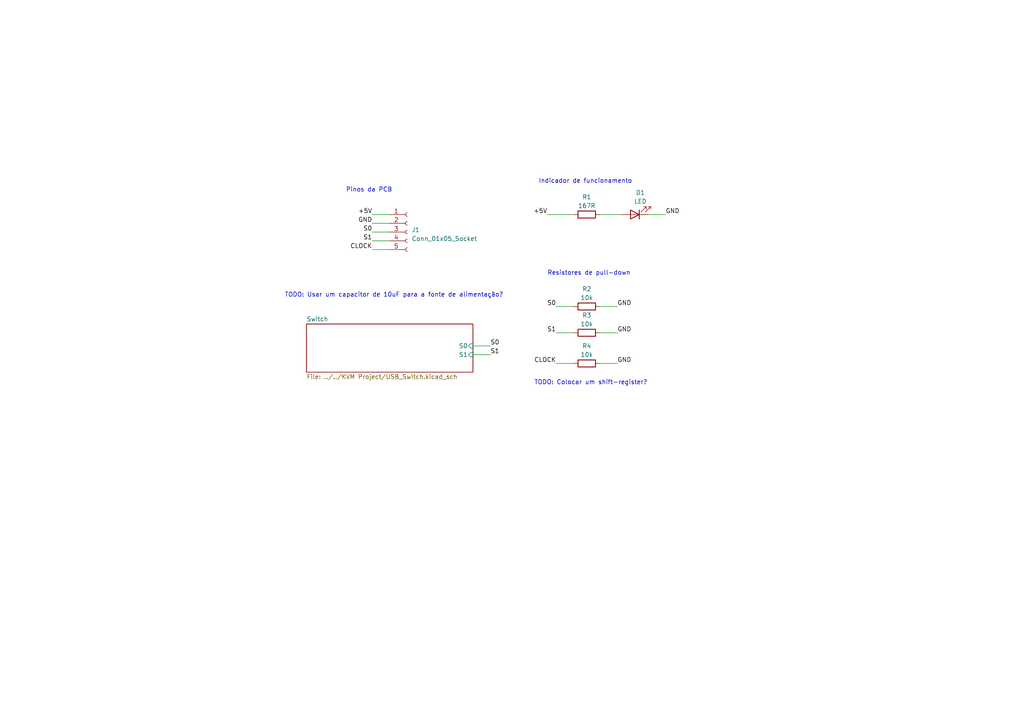
<source format=kicad_sch>
(kicad_sch (version 20230121) (generator eeschema)
  (paper "A4")
  (lib_symbols
    (symbol "Connector:Conn_01x05_Socket" (pin_names (offset 1.016) hide)
      (property "Reference" "J" (at 0 7.62 0))
      (property "Value" "Conn_01x05_Socket" (at 0 -7.62 0))
      (symbol "Conn_01x05_Socket_1_1"
        (arc (start 0 -4.572) (mid -0.5058 -5.08) (end 0 -5.588) (stroke (width 0.1524)))
        (arc (start 0 -2.032) (mid -0.5058 -2.54) (end 0 -3.048) (stroke (width 0.1524)))
        (polyline (pts (xy -1.27 -5.08) (xy -0.508 -5.08)) (stroke (width 0.1524)))
        (polyline (pts (xy -1.27 -2.54) (xy -0.508 -2.54)) (stroke (width 0.1524)))
        (polyline (pts (xy -1.27 0) (xy -0.508 0)) (stroke (width 0.1524)))
        (polyline (pts (xy -1.27 2.54) (xy -0.508 2.54)) (stroke (width 0.1524)))
        (polyline (pts (xy -1.27 5.08) (xy -0.508 5.08)) (stroke (width 0.1524)))
        (arc (start 0 0.508) (mid -0.5058 0) (end 0 -0.508) (stroke (width 0.1524)))
        (arc (start 0 3.048) (mid -0.5058 2.54) (end 0 2.032) (stroke (width 0.1524)))
        (arc (start 0 5.588) (mid -0.5058 5.08) (end 0 4.572) (stroke (width 0.1524)))
        (pin passive line (at -5.08 5.08 0) (length 3.81) (name "Pin_1") (number "1"))
        (pin passive line (at -5.08 2.54 0) (length 3.81) (name "Pin_2") (number "2"))
        (pin passive line (at -5.08 0 0) (length 3.81) (name "Pin_3") (number "3"))
        (pin passive line (at -5.08 -2.54 0) (length 3.81) (name "Pin_4") (number "4"))
        (pin passive line (at -5.08 -5.08 0) (length 3.81) (name "Pin_5") (number "5"))
      )
    )
    (symbol "Device:LED" (pin_numbers hide) (pin_names (offset 1.016) hide)
      (property "Reference" "D" (at 0 2.54 0))
      (property "Value" "LED" (at 0 -2.54 0))
      (symbol "LED_0_1"
        (polyline (pts (xy -1.27 -1.27) (xy -1.27 1.27)) (stroke (width 0.254)))
        (polyline (pts (xy -1.27 0) (xy 1.27 0)))
        (polyline (pts (xy 1.27 -1.27) (xy 1.27 1.27) (xy -1.27 0) (xy 1.27 -1.27)) (stroke (width 0.254)))
        (polyline (pts (xy -3.048 -0.762) (xy -4.572 -2.286) (xy -3.81 -2.286) (xy -4.572 -2.286) (xy -4.572 -1.524)))
        (polyline (pts (xy -1.778 -0.762) (xy -3.302 -2.286) (xy -2.54 -2.286) (xy -3.302 -2.286) (xy -3.302 -1.524)))
      )
      (symbol "LED_1_1"
        (pin passive line (at -3.81 0 0) (length 2.54) (name "K") (number "1"))
        (pin passive line (at 3.81 0 180) (length 2.54) (name "A") (number "2"))
      )
    )
    (symbol "Device:R" (pin_numbers hide) (pin_names (offset 0))
      (property "Reference" "R" (at 2.032 0 90))
      (property "Value" "R" (at 0 0 90))
      (symbol "R_0_1"
        (rectangle (start -1.016 -2.54) (end 1.016 2.54) (stroke (width 0.254)))
      )
      (symbol "R_1_1"
        (pin passive line (at 0 3.81 270) (length 1.27) (name "~") (number "1"))
        (pin passive line (at 0 -3.81 90) (length 1.27) (name "~") (number "2"))
      )
    )
  )
  (wire (pts (xy 107.95 67.31) (xy 113.03 67.31)))
  (wire (pts (xy 113.03 62.23) (xy 107.95 62.23)))
  (wire (pts (xy 107.95 69.85) (xy 113.03 69.85)))
  (wire (pts (xy 166.37 88.9) (xy 161.29 88.9)))
  (wire (pts (xy 107.95 64.77) (xy 113.03 64.77)))
  (wire (pts (xy 173.99 62.23) (xy 180.34 62.23)))
  (wire (pts (xy 179.07 88.9) (xy 173.99 88.9)))
  (wire (pts (xy 179.07 105.41) (xy 173.99 105.41)))
  (wire (pts (xy 142.24 102.87) (xy 137.16 102.87)))
  (wire (pts (xy 158.75 62.23) (xy 166.37 62.23)))
  (wire (pts (xy 193.04 62.23) (xy 187.96 62.23)))
  (wire (pts (xy 179.07 96.52) (xy 173.99 96.52)))
  (wire (pts (xy 142.24 100.33) (xy 137.16 100.33)))
  (wire (pts (xy 166.37 105.41) (xy 161.29 105.41)))
  (wire (pts (xy 107.95 72.39) (xy 113.03 72.39)))
  (wire (pts (xy 166.37 96.52) (xy 161.29 96.52)))
  (text "TODO: Usar um capacitor de 10uF para a fonte de alimentação?" (at 82.55 86.36 0) (effects (font (size 1.27 1.27)) (justify left bottom)))
  (text "Resistores de pull-down" (at 158.75 80.01 0) (effects (font (size 1.27 1.27)) (justify left bottom)))
  (text "Pinos da PCB" (at 100.33 55.88 0) (effects (font (size 1.27 1.27)) (justify left bottom)))
  (text "TODO: Colocar um shift-register?" (at 154.94 111.76 0) (effects (font (size 1.27 1.27)) (justify left bottom)))
  (text "Indicador de funcionamento" (at 156.21 53.34 0) (effects (font (size 1.27 1.27)) (justify left bottom)))
  (label "S0" (at 107.95 67.31 180))
  (label "S0" (at 142.24 100.33 0))
  (label "+5V" (at 107.95 62.23 180))
  (label "GND" (at 107.95 64.77 180))
  (label "S0" (at 161.29 88.9 180))
  (label "S1" (at 161.29 96.52 180))
  (label "CLOCK" (at 161.29 105.41 180))
  (label "GND" (at 193.04 62.23 0))
  (label "GND" (at 179.07 96.52 0))
  (label "S1" (at 142.24 102.87 0))
  (label "CLOCK" (at 107.95 72.39 180))
  (label "GND" (at 179.07 88.9 0))
  (label "GND" (at 179.07 105.41 0))
  (label "S1" (at 107.95 69.85 180))
  (label "+5V" (at 158.75 62.23 180))
  (symbol (lib_id "Connector:Conn_01x05_Socket") (at 118.11 67.31 0) (unit 1)
    (property "Reference" "J1" (at 119.38 66.675 0) (effects (justify left)))
    (property "Value" "Conn_01x05_Socket" (at 119.38 69.215 0) (effects (justify left)))
    (property "Footprint" "Connector_Wire:SolderWire-0.5sqmm_1x05_P4.8mm_D0.9mm_OD2.3mm" (effects hide))
  )
  (symbol (lib_id "Device:R") (at 170.18 88.9 90) (unit 1)
    (property "Reference" "R2" (at 170.18 83.82 90))
    (property "Value" "10k" (at 170.18 86.36 90))
    (property "Footprint" "Resistor_SMD:R_0805_2012Metric" (effects hide))
  )
  (symbol (lib_id "Device:R") (at 170.18 96.52 90) (unit 1)
    (property "Reference" "R3" (at 170.18 91.44 90))
    (property "Value" "10k" (at 170.18 93.98 90))
    (property "Footprint" "Resistor_SMD:R_0805_2012Metric" (effects hide))
  )
  (symbol (lib_id "Device:LED") (at 184.15 62.23 180) (unit 1)
    (property "Reference" "D1" (at 185.7375 55.88 0))
    (property "Value" "LED" (at 185.7375 58.42 0))
    (property "Footprint" "LED_SMD:LED_0805_2012Metric" (effects hide))
  )
  (symbol (lib_id "Device:R") (at 170.18 105.41 90) (unit 1)
    (property "Reference" "R4" (at 170.18 100.33 90))
    (property "Value" "10k" (at 170.18 102.87 90))
    (property "Footprint" "Resistor_SMD:R_0805_2012Metric" (effects hide))
  )
  (symbol (lib_id "Device:R") (at 170.18 62.23 90) (unit 1)
    (property "Reference" "R1" (at 170.18 57.15 90))
    (property "Value" "167R" (at 170.18 59.69 90))
    (property "Footprint" "Resistor_SMD:R_0805_2012Metric" (effects hide))
  )
  (sheet (at 88.9 93.98) (size 48.26 13.97) (stroke (width 0.1524))
    (property "Sheetname" "Switch" (at 88.9 93.2684 0) (effects (justify left bottom)))
    (property "Sheetfile" "../../KVM Project/USB_Switch.kicad_sch" (at 88.9 108.5346 0) (effects (justify left top)))
    (pin "S0" input (at 137.16 100.33 0))
    (pin "S1" input (at 137.16 102.87 0))
  )
)
</source>
